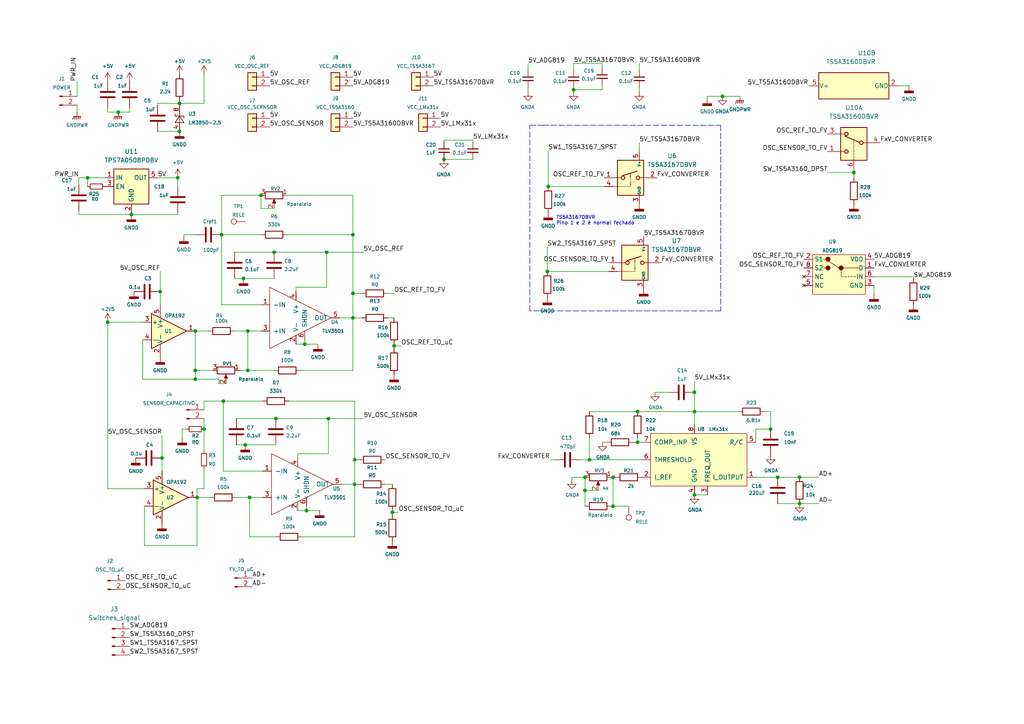
<source format=kicad_sch>
(kicad_sch (version 20211123) (generator eeschema)
  (paper "A4")
  (junction (at 177.8 146.812))
  (junction (at 59.182 124.46))
  (junction (at 114.3 100.33))
  (junction (at 52.07 38.1))
  (junction (at 88.392 99.822))
  (junction (at 80.01 121.412))
  (junction (at 56.642 96.012))
  (junction (at 102.362 68.072))
  (junction (at 169.672 138.43))
  (junction (at 177.8 138.43))
  (junction (at 102.362 85.09))
  (junction (at 46.482 84.582))
  (junction (at 158.75 78.74))
  (junction (at 231.902 146.05))
  (junction (at 223.52 124.46))
  (junction (at 56.642 109.982))
  (junction (at 159.004 54.102))
  (junction (at 231.902 138.43))
  (junction (at 184.912 128.27))
  (junction (at 88.9 148.082))
  (junction (at 71.882 107.442))
  (junction (at 170.942 133.35))
  (junction (at 128.778 46.228))
  (junction (at 184.912 119.38))
  (junction (at 57.15 144.272))
  (junction (at 79.502 73.152))
  (junction (at 52.07 29.972))
  (junction (at 225.552 138.43))
  (junction (at 201.422 143.51))
  (junction (at 51.562 51.562))
  (junction (at 64.262 68.072))
  (junction (at 25.4 51.562))
  (junction (at 75.692 56.642))
  (junction (at 201.422 113.792))
  (junction (at 209.55 27.94))
  (junction (at 102.362 92.202))
  (junction (at 102.87 140.462))
  (junction (at 102.87 133.35))
  (junction (at 56.642 107.442))
  (junction (at 166.37 26.035))
  (junction (at 95.25 121.412))
  (junction (at 201.422 119.38))
  (junction (at 113.792 148.59))
  (junction (at 247.65 50.038))
  (junction (at 34.29 32.512))
  (junction (at 38.1 62.23))
  (junction (at 72.39 144.272))
  (junction (at 46.99 132.842))
  (junction (at 71.12 129.032))
  (junction (at 71.882 96.012))
  (junction (at 31.242 93.472))
  (junction (at 94.742 73.152))
  (junction (at 64.77 116.332))
  (junction (at 70.612 80.772))
  (junction (at 169.672 142.24))
  (wire (pts (xy 113.792 148.59) (xy 115.57 148.59)))
  (wire (pts (xy 102.87 133.35) (xy 102.87 140.462)))
  (wire (pts (xy 260.35 24.892) (xy 263.652 24.892)))
  (wire (pts (xy 83.312 68.072) (xy 102.362 68.072)))
  (wire (pts (xy 153.162 25.4) (xy 153.162 26.67)))
  (wire (pts (xy 166.37 26.035) (xy 166.37 26.67)))
  (wire (pts (xy 221.742 119.38) (xy 223.52 119.38)))
  (wire (pts (xy 85.852 83.312) (xy 94.742 83.312)))
  (wire (pts (xy 80.01 121.412) (xy 95.25 121.412)))
  (wire (pts (xy 22.352 30.48) (xy 22.352 32.512)))
  (polyline (pts (xy 153.67 36.322) (xy 157.48 36.322)))
  (wire (pts (xy 94.742 73.152) (xy 94.742 83.312)))
  (wire (pts (xy 184.912 127) (xy 184.912 128.27)))
  (wire (pts (xy 201.422 119.38) (xy 214.122 119.38)))
  (wire (pts (xy 166.37 25.4) (xy 166.37 26.035)))
  (wire (pts (xy 85.852 84.582) (xy 85.852 83.312)))
  (wire (pts (xy 22.86 51.562) (xy 25.4 51.562)))
  (polyline (pts (xy 209.042 90.17) (xy 153.67 90.17)))
  (wire (pts (xy 57.15 144.272) (xy 57.15 158.242)))
  (wire (pts (xy 87.122 107.442) (xy 102.362 107.442)))
  (wire (pts (xy 219.202 124.46) (xy 223.52 124.46)))
  (wire (pts (xy 185.42 25.4) (xy 185.42 26.67)))
  (wire (pts (xy 102.362 92.202) (xy 102.362 107.442)))
  (wire (pts (xy 177.8 146.812) (xy 182.372 146.812)))
  (wire (pts (xy 99.06 140.462) (xy 102.87 140.462)))
  (wire (pts (xy 176.022 128.27) (xy 174.752 128.27)))
  (wire (pts (xy 94.742 73.152) (xy 105.41 73.152)))
  (wire (pts (xy 75.692 60.452) (xy 75.692 56.642)))
  (wire (pts (xy 240.03 50.038) (xy 247.65 50.038)))
  (wire (pts (xy 223.52 119.38) (xy 223.52 124.46)))
  (wire (pts (xy 177.8 146.812) (xy 177.8 138.43)))
  (wire (pts (xy 185.42 41.402) (xy 185.42 43.942)))
  (wire (pts (xy 247.65 49.022) (xy 247.65 50.038)))
  (wire (pts (xy 185.42 18.415) (xy 185.42 20.32)))
  (wire (pts (xy 112.522 85.09) (xy 114.3 85.09)))
  (wire (pts (xy 95.25 121.412) (xy 105.41 121.412)))
  (wire (pts (xy 52.07 29.972) (xy 59.182 29.972)))
  (wire (pts (xy 128.778 41.148) (xy 128.778 40.64)))
  (wire (pts (xy 158.75 71.628) (xy 158.75 78.74)))
  (wire (pts (xy 92.71 148.082) (xy 88.9 148.082)))
  (wire (pts (xy 201.422 113.792) (xy 201.422 119.38)))
  (wire (pts (xy 177.292 138.43) (xy 177.8 138.43)))
  (wire (pts (xy 71.882 107.442) (xy 71.882 96.012)))
  (wire (pts (xy 114.3 100.33) (xy 116.332 100.33)))
  (wire (pts (xy 45.72 29.972) (xy 52.07 29.972)))
  (wire (pts (xy 201.422 143.51) (xy 205.232 143.51)))
  (wire (pts (xy 165.862 138.43) (xy 165.862 139.192)))
  (wire (pts (xy 31.242 31.242) (xy 31.242 32.512)))
  (wire (pts (xy 71.882 96.012) (xy 75.692 96.012)))
  (wire (pts (xy 22.86 61.214) (xy 22.86 62.23)))
  (wire (pts (xy 183.642 128.27) (xy 184.912 128.27)))
  (wire (pts (xy 25.4 51.562) (xy 25.4 54.102)))
  (wire (pts (xy 59.182 121.412) (xy 59.182 124.46)))
  (wire (pts (xy 169.672 138.43) (xy 169.672 142.24)))
  (wire (pts (xy 174.625 26.035) (xy 166.37 26.035)))
  (wire (pts (xy 52.07 29.21) (xy 52.07 29.972)))
  (wire (pts (xy 56.642 107.442) (xy 56.642 109.982)))
  (wire (pts (xy 225.552 146.05) (xy 231.902 146.05)))
  (wire (pts (xy 113.792 148.082) (xy 113.792 148.59)))
  (wire (pts (xy 85.852 99.822) (xy 88.392 99.822)))
  (wire (pts (xy 45.72 38.1) (xy 52.07 38.1)))
  (wire (pts (xy 102.362 85.09) (xy 102.362 92.202)))
  (wire (pts (xy 64.77 136.652) (xy 76.2 136.652)))
  (wire (pts (xy 38.1 62.23) (xy 51.562 62.23)))
  (wire (pts (xy 166.37 18.415) (xy 166.37 20.32)))
  (wire (pts (xy 31.242 32.512) (xy 34.29 32.512)))
  (wire (pts (xy 22.86 51.562) (xy 22.86 53.594)))
  (wire (pts (xy 95.25 121.412) (xy 95.25 131.572)))
  (wire (pts (xy 51.562 62.23) (xy 51.562 61.722)))
  (wire (pts (xy 71.12 129.032) (xy 80.01 129.032)))
  (wire (pts (xy 68.072 80.772) (xy 70.612 80.772)))
  (wire (pts (xy 234.442 24.892) (xy 234.95 24.892)))
  (wire (pts (xy 31.242 93.472) (xy 41.402 93.472)))
  (wire (pts (xy 51.562 51.562) (xy 51.562 54.102)))
  (wire (pts (xy 63.5 111.252) (xy 63.5 109.982)))
  (wire (pts (xy 25.4 51.562) (xy 30.48 51.562)))
  (wire (pts (xy 102.87 140.462) (xy 104.14 140.462)))
  (wire (pts (xy 169.672 142.24) (xy 173.482 142.24)))
  (wire (pts (xy 59.182 141.732) (xy 57.15 141.732)))
  (wire (pts (xy 68.072 96.012) (xy 71.882 96.012)))
  (wire (pts (xy 79.502 73.152) (xy 94.742 73.152)))
  (wire (pts (xy 111.76 140.462) (xy 113.792 140.462)))
  (wire (pts (xy 247.65 50.038) (xy 247.65 51.562)))
  (wire (pts (xy 53.34 68.072) (xy 53.34 68.58)))
  (wire (pts (xy 253.492 82.804) (xy 253.492 85.344)))
  (wire (pts (xy 189.992 113.792) (xy 193.802 113.792)))
  (wire (pts (xy 170.942 133.35) (xy 186.182 133.35)))
  (wire (pts (xy 128.778 46.228) (xy 137.16 46.228)))
  (wire (pts (xy 37.592 31.242) (xy 37.592 32.512)))
  (wire (pts (xy 174.625 18.415) (xy 174.625 19.685)))
  (wire (pts (xy 64.262 88.392) (xy 75.692 88.392)))
  (wire (pts (xy 153.162 18.542) (xy 153.162 20.32)))
  (wire (pts (xy 56.642 96.012) (xy 56.642 107.442)))
  (wire (pts (xy 225.552 138.43) (xy 231.902 138.43)))
  (wire (pts (xy 102.87 116.332) (xy 102.87 133.35)))
  (wire (pts (xy 79.502 107.442) (xy 71.882 107.442)))
  (wire (pts (xy 165.862 138.43) (xy 169.672 138.43)))
  (wire (pts (xy 22.352 23.622) (xy 22.352 27.94)))
  (wire (pts (xy 158.75 78.74) (xy 176.53 78.74)))
  (wire (pts (xy 34.29 32.512) (xy 37.592 32.512)))
  (wire (pts (xy 205.105 27.94) (xy 205.105 28.575)))
  (wire (pts (xy 64.262 56.642) (xy 75.692 56.642)))
  (wire (pts (xy 98.552 92.202) (xy 102.362 92.202)))
  (wire (pts (xy 64.262 56.642) (xy 64.262 68.072)))
  (wire (pts (xy 80.01 155.702) (xy 72.39 155.702)))
  (wire (pts (xy 209.55 27.94) (xy 214.63 27.94)))
  (wire (pts (xy 137.16 40.64) (xy 137.16 41.148)))
  (wire (pts (xy 83.82 116.332) (xy 102.87 116.332)))
  (wire (pts (xy 59.182 135.89) (xy 59.182 141.732)))
  (wire (pts (xy 65.532 111.252) (xy 63.5 111.252)))
  (wire (pts (xy 64.262 68.072) (xy 64.262 88.392)))
  (wire (pts (xy 219.202 128.27) (xy 219.202 124.46)))
  (wire (pts (xy 46.482 84.582) (xy 46.482 88.392)))
  (wire (pts (xy 64.77 116.332) (xy 64.77 136.652)))
  (wire (pts (xy 86.36 131.572) (xy 95.25 131.572)))
  (wire (pts (xy 46.99 132.842) (xy 46.99 136.652)))
  (wire (pts (xy 72.39 144.272) (xy 76.2 144.272)))
  (wire (pts (xy 112.522 92.202) (xy 114.3 92.202)))
  (wire (pts (xy 184.912 119.38) (xy 201.422 119.38)))
  (wire (pts (xy 177.292 146.812) (xy 177.8 146.812)))
  (wire (pts (xy 46.482 78.74) (xy 46.482 84.582)))
  (wire (pts (xy 57.15 144.272) (xy 60.96 144.272)))
  (wire (pts (xy 64.77 116.332) (xy 76.2 116.332)))
  (wire (pts (xy 56.642 68.072) (xy 53.34 68.072)))
  (wire (pts (xy 79.502 60.452) (xy 75.692 60.452)))
  (wire (pts (xy 174.625 24.765) (xy 174.625 26.035)))
  (wire (pts (xy 59.182 124.46) (xy 59.182 130.81)))
  (wire (pts (xy 128.778 40.64) (xy 137.16 40.64)))
  (wire (pts (xy 166.37 18.415) (xy 174.625 18.415)))
  (wire (pts (xy 201.422 110.49) (xy 201.422 113.792)))
  (wire (pts (xy 159.004 43.688) (xy 159.004 54.102)))
  (wire (pts (xy 54.102 124.46) (xy 52.832 124.46)))
  (wire (pts (xy 38.1 61.722) (xy 38.1 62.23)))
  (wire (pts (xy 56.642 107.442) (xy 61.722 107.442)))
  (wire (pts (xy 46.99 126.238) (xy 46.99 132.842)))
  (wire (pts (xy 41.91 158.242) (xy 57.15 158.242)))
  (wire (pts (xy 86.36 132.842) (xy 86.36 131.572)))
  (wire (pts (xy 70.612 80.772) (xy 79.502 80.772)))
  (wire (pts (xy 52.832 124.46) (xy 52.832 127)))
  (wire (pts (xy 219.202 138.43) (xy 225.552 138.43)))
  (wire (pts (xy 170.942 127) (xy 170.942 133.35)))
  (wire (pts (xy 92.202 99.822) (xy 88.392 99.822)))
  (wire (pts (xy 59.182 116.332) (xy 64.77 116.332)))
  (wire (pts (xy 52.07 29.972) (xy 52.07 30.48)))
  (wire (pts (xy 102.362 85.09) (xy 104.902 85.09)))
  (wire (pts (xy 64.262 68.072) (xy 75.692 68.072)))
  (wire (pts (xy 159.512 133.35) (xy 160.782 133.35)))
  (wire (pts (xy 102.87 133.35) (xy 104.14 133.35)))
  (wire (pts (xy 114.3 99.822) (xy 114.3 100.33)))
  (polyline (pts (xy 209.042 36.322) (xy 209.042 90.17)))
  (wire (pts (xy 88.392 99.822) (xy 88.392 98.552)))
  (wire (pts (xy 184.912 128.27) (xy 186.182 128.27)))
  (polyline (pts (xy 157.48 36.322) (xy 209.042 36.322)))
  (wire (pts (xy 68.58 121.412) (xy 80.01 121.412)))
  (wire (pts (xy 41.402 109.982) (xy 56.642 109.982)))
  (wire (pts (xy 59.182 29.972) (xy 59.182 21.59)))
  (wire (pts (xy 22.86 62.23) (xy 38.1 62.23)))
  (wire (pts (xy 68.072 73.152) (xy 79.502 73.152)))
  (wire (pts (xy 264.922 80.264) (xy 264.922 80.772)))
  (wire (pts (xy 57.15 141.732) (xy 57.15 144.272)))
  (wire (pts (xy 201.422 119.38) (xy 201.422 123.19)))
  (wire (pts (xy 177.8 138.43) (xy 178.562 138.43)))
  (wire (pts (xy 59.182 118.872) (xy 59.182 116.332)))
  (wire (pts (xy 170.942 119.38) (xy 184.912 119.38)))
  (wire (pts (xy 102.362 92.202) (xy 104.902 92.202)))
  (wire (pts (xy 168.402 133.35) (xy 170.942 133.35)))
  (wire (pts (xy 102.87 140.462) (xy 102.87 155.702)))
  (wire (pts (xy 175.26 54.102) (xy 159.004 54.102)))
  (wire (pts (xy 45.72 29.972) (xy 45.72 30.48)))
  (wire (pts (xy 45.72 51.562) (xy 51.562 51.562)))
  (wire (pts (xy 113.792 148.59) (xy 113.792 149.352)))
  (wire (pts (xy 31.242 93.472) (xy 31.242 141.732)))
  (wire (pts (xy 68.58 144.272) (xy 72.39 144.272)))
  (wire (pts (xy 68.58 129.032) (xy 71.12 129.032)))
  (wire (pts (xy 72.39 155.702) (xy 72.39 144.272)))
  (wire (pts (xy 41.402 98.552) (xy 41.402 109.982)))
  (wire (pts (xy 88.9 148.082) (xy 88.9 146.812)))
  (wire (pts (xy 41.91 146.812) (xy 41.91 158.242)))
  (wire (pts (xy 114.3 100.33) (xy 114.3 101.092)))
  (wire (pts (xy 231.902 138.43) (xy 237.49 138.43)))
  (wire (pts (xy 31.242 141.732) (xy 41.91 141.732)))
  (wire (pts (xy 63.5 109.982) (xy 56.642 109.982)))
  (wire (pts (xy 169.672 146.812) (xy 169.672 142.24)))
  (wire (pts (xy 231.902 146.05) (xy 237.49 146.05)))
  (wire (pts (xy 69.342 107.442) (xy 71.882 107.442)))
  (wire (pts (xy 253.492 80.264) (xy 264.922 80.264)))
  (wire (pts (xy 83.312 56.642) (xy 102.362 56.642)))
  (wire (pts (xy 87.63 155.702) (xy 102.87 155.702)))
  (wire (pts (xy 209.55 27.94) (xy 205.105 27.94)))
  (wire (pts (xy 102.362 56.642) (xy 102.362 68.072)))
  (polyline (pts (xy 153.67 90.17) (xy 153.67 36.322)))
  (wire (pts (xy 56.642 96.012) (xy 60.452 96.012)))
  (wire (pts (xy 102.362 68.072) (xy 102.362 85.09)))
  (wire (pts (xy 86.36 148.082) (xy 88.9 148.082)))
  (text "TS5A3167DBVR\nPino 1 e 2 é normal fechado" (at 161.29 65.405 0) (effects (font (size 1 1)) (justify left bottom)))
  (label "5V_TS5A3167DBVR" (at 166.37 18.415 0))
  (label "OSC_REF_TO_FV" (at 175.26 51.562 180))
  (label "PWR_IN" (at 22.352 23.622 90))
  (label "FxV_CONVERTER" (at 253.492 77.724 0))
  (label "SW_ADG819" (at 37.592 182.372 0))
  (label "5V_ADG819" (at 253.492 75.184 0))
  (label "OSC_REF_TO_FV" (at 233.172 75.184 180))
  (label "AD-" (at 237.49 146.05 0))
  (label "5V_TS5A3167DBVR" (at 186.69 68.58 0))
  (label "5V" (at 78.232 34.29 0))
  (label "SW_TS5A3160_DPST" (at 240.03 50.038 180))
  (label "5V_TS5A3160DBVR" (at 185.42 18.415 0))
  (label "OSC_REF_TO_FV" (at 240.03 38.862 180))
  (label "5V_LMx31x" (at 137.16 40.64 0))
  (label "5V_TS5A3160DBVR" (at 102.362 36.83 0))
  (label "SW_ADG819" (at 264.922 80.772 0))
  (label "OSC_SENSOR_TO_uC" (at 36.322 170.942 0))
  (label "5V_OSC_SENSOR" (at 78.232 36.83 0))
  (label "OSC_SENSOR_TO_uC" (at 115.57 148.59 0))
  (label "AD+" (at 237.49 138.43 0))
  (label "OSC_SENSOR_TO_FV" (at 176.53 76.2 180))
  (label "OSC_REF_TO_uC" (at 36.322 168.402 0))
  (label "5V" (at 78.232 22.352 0))
  (label "5V_TS5A3167DBVR" (at 125.73 24.892 0))
  (label "AD-" (at 73.152 170.18 0))
  (label "OSC_SENSOR_TO_FV" (at 233.172 77.724 180))
  (label "SW2_TS5A3167_SPST" (at 158.75 71.628 0))
  (label "5V" (at 45.72 51.562 0))
  (label "OSC_SENSOR_TO_FV" (at 111.76 133.35 0))
  (label "5V_OSC_REF" (at 78.232 24.892 0))
  (label "AD+" (at 73.152 167.64 0))
  (label "SW2_TS5A3167_SPST" (at 37.592 189.992 0))
  (label "5V_OSC_REF" (at 46.482 78.74 180))
  (label "5V_OSC_REF" (at 105.41 73.152 0))
  (label "FxV_CONVERTER" (at 159.512 133.35 180))
  (label "SW1_TS5A3167_SPST" (at 159.004 43.688 0))
  (label "5V" (at 125.73 22.352 0))
  (label "FxV_CONVERTER" (at 190.5 51.562 0))
  (label "5V_OSC_SENSOR" (at 46.99 126.238 180))
  (label "FxV_CONVERTER" (at 191.77 76.2 0))
  (label "5V" (at 102.362 34.29 0))
  (label "5V" (at 102.362 22.352 0))
  (label "PWR_IN" (at 22.86 51.562 180))
  (label "5V_LMx31x" (at 127.762 36.83 0))
  (label "5V_TS5A3160DBVR" (at 234.442 24.892 180))
  (label "OSC_SENSOR_TO_FV" (at 240.03 43.942 180))
  (label "SW1_TS5A3167_SPST" (at 37.592 187.452 0))
  (label "SW_TS5A3160_DPST" (at 37.592 184.912 0))
  (label "5V_TS5A3167DBVR" (at 185.42 41.402 0))
  (label "5V" (at 127.762 34.29 0))
  (label "5V_OSC_SENSOR" (at 105.41 121.412 0))
  (label "FxV_CONVERTER" (at 255.27 41.402 0))
  (label "OSC_REF_TO_FV" (at 114.3 85.09 0))
  (label "5V_ADG819" (at 153.162 18.542 0))
  (label "5V_ADG819" (at 102.362 24.892 0))
  (label "5V_LMx31x" (at 201.422 110.49 0))
  (label "OSC_REF_TO_uC" (at 116.332 100.33 0))
  (symbol (lib_id "Device:R") (at 113.792 153.162 0) (unit 1)
    (property "Reference" "R15" (at 110.617 152.1206 0) (effects (font (size 1 1))))
    (property "Value" "500k" (at 110.617 154.432 0) (effects (font (size 1 1))))
    (property "Footprint" "Resistor_SMD:R_1206_3216Metric_Pad1.30x1.75mm_HandSolder" (effects hide))
  )
  (symbol (lib_id "power:GNDD") (at 114.3 108.712 0) (unit 1)
    (property "Reference" "#PWR0119" (effects hide))
    (property "Value" "GNDD" (at 114.3 112.522 0) (effects (font (size 1 1))))
  )
  (symbol (lib_id "power:GNDA") (at 189.992 113.792 0) (unit 1)
    (property "Reference" "#PWR0128" (effects hide))
    (property "Value" "GNDA" (at 190.119 118.1862 0) (effects (font (size 1 1))))
  )
  (symbol (lib_id "power:GNDA") (at 231.902 146.05 0) (unit 1)
    (property "Reference" "#PWR0127" (effects hide))
    (property "Value" "GNDA" (at 232.029 150.4442 0) (effects (font (size 1 1))))
  )
  (symbol (lib_id "Device:R") (at 158.75 82.55 0) (unit 1)
    (property "Reference" "R26" (at 162.052 81.5086 0) (effects (font (size 1 1))))
    (property "Value" "100k" (at 162.052 83.82 0) (effects (font (size 1 1))))
    (property "Footprint" "Resistor_SMD:R_1206_3216Metric_Pad1.30x1.75mm_HandSolder" (effects hide))
  )
  (symbol (lib_id "Device:C") (at 45.72 34.29 180) (unit 1)
    (property "Reference" "C5" (at 43.815 29.21 0) (effects (font (size 1 1)) (justify left)))
    (property "Value" "1uF" (at 45.085 31.75 0) (effects (font (size 1 1)) (justify left)))
    (property "Footprint" "Capacitor_SMD:C_1206_3216Metric_Pad1.33x1.80mm_HandSolder" (effects hide))
  )
  (symbol (lib_id "power:GNDD") (at 52.832 127 0) (unit 1)
    (property "Reference" "#PWR0106" (effects hide))
    (property "Value" "GNDD" (at 52.832 130.81 0) (effects (font (size 1 1))))
  )
  (symbol (lib_id "power:GNDD") (at 247.65 59.182 0) (unit 1)
    (property "Reference" "#PWR0139" (effects hide))
    (property "Value" "GNDD" (at 247.65 62.992 0) (effects (font (size 1 1))))
  )
  (symbol (lib_id "power:GNDD") (at 46.99 151.892 0) (unit 1)
    (property "Reference" "#PWR0110" (effects hide))
    (property "Value" "GNDD" (at 46.99 155.702 0) (effects (font (size 1 1))))
  )
  (symbol (lib_id "Device:R_Small") (at 59.182 133.35 0) (unit 1)
    (property "Reference" "R3" (at 60.452 132.08 0) (effects (font (size 1 1)) (justify left)))
    (property "Value" "R0" (at 60.452 134.62 0) (effects (font (size 1 1)) (justify left)))
    (property "Footprint" "Resistor_SMD:R_1206_3216Metric_Pad1.30x1.75mm_HandSolder" (effects hide))
  )
  (symbol (lib_id "Device:C") (at 197.612 113.792 270) (unit 1)
    (property "Reference" "C14" (at 196.342 107.442 90) (effects (font (size 1 1)) (justify left)))
    (property "Value" "1uF" (at 196.342 109.982 90) (effects (font (size 1 1)) (justify left)))
    (property "Footprint" "Capacitor_SMD:C_1206_3216Metric_Pad1.33x1.80mm_HandSolder" (effects hide))
  )
  (symbol (lib_id "power:+5V") (at 31.242 23.622 0) (unit 1)
    (property "Reference" "#PWR0114" (effects hide))
    (property "Value" "+5V" (at 31.242 19.177 0) (effects (font (size 1 1))))
  )
  (symbol (lib_id "Device:R") (at 170.942 123.19 180) (unit 1)
    (property "Reference" "R18" (at 174.752 121.92 0) (effects (font (size 1 1))))
    (property "Value" "10k" (at 174.752 124.46 0) (effects (font (size 1 1))))
    (property "Footprint" "Resistor_SMD:R_1206_3216Metric_Pad1.30x1.75mm_HandSolder" (effects hide))
  )
  (symbol (lib_id "power:GNDA") (at 153.162 26.67 0) (mirror y) (unit 1)
    (property "Reference" "#PWR0133" (effects hide))
    (property "Value" "GNDA" (at 153.035 31.0642 0) (effects (font (size 1 1))))
  )
  (symbol (lib_id "power:+5V") (at 37.592 23.622 0) (unit 1)
    (property "Reference" "#PWR0115" (effects hide))
    (property "Value" "+5V" (at 37.592 19.177 0) (effects (font (size 1 1))))
  )
  (symbol (lib_id "power:GNDA") (at 166.37 26.67 0) (mirror y) (unit 1)
    (property "Reference" "#PWR0134" (effects hide))
    (property "Value" "GNDA" (at 166.243 31.0642 0) (effects (font (size 1 1))))
  )
  (symbol (lib_id "Analog_Switch:TS5A3166DBVR") (at 182.88 51.562 0) (unit 1)
    (property "Reference" "U6" (at 194.945 45.212 0))
    (property "Value" "TS5A3167DBVR" (at 194.945 47.752 0))
    (property "Footprint" "Package_TO_SOT_SMD:SOT-23-5" (effects hide))
    (property "Datasheet" " http://www.ti.com/lit/ds/symlink/ts5a3166.pdf" (effects hide))
  )
  (symbol (lib_id "adelson:TLV3501") (at 84.582 92.202 0) (unit 1)
    (property "Reference" "U4" (at 96.012 93.472 0) (effects (font (size 1 1)) (justify left)))
    (property "Value" "TLV3501" (at 93.472 96.012 0) (effects (font (size 1 1)) (justify left)))
    (property "Footprint" "Package_TO_SOT_SMD:SOT-23-6_Handsoldering" (effects hide))
  )
  (symbol (lib_id "power:GNDD") (at 113.792 156.972 0) (unit 1)
    (property "Reference" "#PWR0120" (effects hide))
    (property "Value" "GNDD" (at 113.792 160.782 0) (effects (font (size 1 1))))
  )
  (symbol (lib_id "Device:C") (at 80.01 125.222 0) (unit 1)
    (property "Reference" "C9" (at 82.931 124.0536 0) (effects (font (size 1 1)) (justify left)))
    (property "Value" "2.2uF" (at 82.931 126.365 0) (effects (font (size 1 1)) (justify left)))
    (property "Footprint" "Capacitor_SMD:C_1206_3216Metric_Pad1.33x1.80mm_HandSolder" (effects hide))
  )
  (symbol (lib_id "Device:R") (at 64.77 144.272 270) (unit 1)
    (property "Reference" "R5" (at 64.77 139.0142 90) (effects (font (size 1 1))))
    (property "Value" "100k" (at 64.77 141.3256 90) (effects (font (size 1 1))))
    (property "Footprint" "Resistor_SMD:R_1206_3216Metric_Pad1.30x1.75mm_HandSolder" (effects hide))
  )
  (symbol (lib_id "power:GNDPWR") (at 34.29 32.512 0) (unit 1)
    (property "Reference" "#PWR0117" (effects hide))
    (property "Value" "GNDPWR" (at 34.29 36.322 0) (effects (font (size 1 1))))
  )
  (symbol (lib_id "power:GNDA") (at 209.55 27.94 0) (mirror y) (unit 1)
    (property "Reference" "#PWR0137" (effects hide))
    (property "Value" "GNDA" (at 209.423 32.3342 0) (effects (font (size 1 1))))
  )
  (symbol (lib_id "power:GNDD") (at 264.922 88.392 0) (unit 1)
    (property "Reference" "#PWR0140" (effects hide))
    (property "Value" "GNDD" (at 264.922 92.202 0) (effects (font (size 1 1))))
  )
  (symbol (lib_id "Device:R") (at 264.922 84.582 0) (unit 1)
    (property "Reference" "R29" (at 268.224 83.5406 0) (effects (font (size 1 1))))
    (property "Value" "100k" (at 268.224 85.852 0) (effects (font (size 1 1))))
    (property "Footprint" "Resistor_SMD:R_1206_3216Metric_Pad1.30x1.75mm_HandSolder" (effects hide))
  )
  (symbol (lib_id "Device:C") (at 31.242 27.432 180) (unit 1)
    (property "Reference" "C1" (at 28.702 22.352 0) (effects (font (size 1 1)) (justify left)))
    (property "Value" "1uF" (at 29.972 24.892 0) (effects (font (size 1 1)) (justify left)))
    (property "Footprint" "Capacitor_SMD:C_1206_3216Metric_Pad1.33x1.80mm_HandSolder" (effects hide))
  )
  (symbol (lib_id "Device:R_Small") (at 27.94 54.102 90) (unit 1)
    (property "Reference" "R25" (at 28.829 56.261 90) (effects (font (size 1 1)) (justify left)))
    (property "Value" "R0" (at 28.575 57.785 90) (effects (font (size 1 1)) (justify left)))
    (property "Footprint" "Resistor_SMD:R_1206_3216Metric_Pad1.30x1.75mm_HandSolder" (effects hide))
  )
  (symbol (lib_id "Connector_Generic:Conn_01x02") (at 97.282 34.29 0) (mirror y) (unit 1)
    (property "Reference" "J9" (at 97.282 28.575 0) (effects (font (size 1 1))))
    (property "Value" "VCC_TS5A3160" (at 97.282 31.115 0) (effects (font (size 1 1))))
    (property "Footprint" "Connector_PinHeader_2.54mm:PinHeader_1x02_P2.54mm_Vertical" (effects hide))
  )
  (symbol (lib_id "Device:R") (at 217.932 119.38 90) (unit 1)
    (property "Reference" "R23" (at 217.932 116.84 90) (effects (font (size 1 1))))
    (property "Value" "6.81k" (at 218.567 121.92 90) (effects (font (size 1 1))))
    (property "Footprint" "Resistor_SMD:R_1206_3216Metric_Pad1.30x1.75mm_HandSolder" (effects hide))
  )
  (symbol (lib_id "Connector:TestPoint") (at 182.372 146.812 180) (unit 1)
    (property "Reference" "TP2" (at 184.277 148.8439 0) (effects (font (size 1 1)) (justify right)))
    (property "Value" "RELE" (at 184.277 151.3839 0) (effects (font (size 1 1)) (justify right)))
    (property "Footprint" "TestPoint:TestPoint_Pad_1.0x1.0mm" (effects hide))
  )
  (symbol (lib_id "Regulator_Linear:TPS7A0508PDBV") (at 38.1 54.102 0) (unit 1)
    (property "Reference" "U11" (at 38.1 43.942 0))
    (property "Value" "TPS7A0508PDBV" (at 38.1 46.482 0))
    (property "Footprint" "Package_TO_SOT_SMD:SOT-23-5" (effects hide))
    (property "Datasheet" "https://www.ti.com/lit/ds/symlink/tps7a05.pdf" (effects hide))
  )
  (symbol (lib_id "Device:R") (at 52.07 25.4 0) (unit 1)
    (property "Reference" "R1" (at 47.9425 24.2697 0) (effects (font (size 1 1))))
    (property "Value" "2.2k" (at 47.9425 26.5811 0) (effects (font (size 1 1))))
    (property "Footprint" "Resistor_SMD:R_1206_3216Metric_Pad1.30x1.75mm_HandSolder" (effects hide))
  )
  (symbol (lib_id "Device:R") (at 159.004 57.912 0) (unit 1)
    (property "Reference" "R27" (at 162.306 56.8706 0) (effects (font (size 1 1))))
    (property "Value" "100k" (at 162.306 59.182 0) (effects (font (size 1 1))))
    (property "Footprint" "Resistor_SMD:R_1206_3216Metric_Pad1.30x1.75mm_HandSolder" (effects hide))
  )
  (symbol (lib_id "power:GNDD") (at 263.652 24.892 0) (unit 1)
    (property "Reference" "#PWR0132" (effects hide))
    (property "Value" "GNDD" (at 263.652 28.702 0) (effects (font (size 1 1))))
  )
  (symbol (lib_id "Device:R") (at 83.312 107.442 270) (unit 1)
    (property "Reference" "R8" (at 83.312 102.1842 90) (effects (font (size 1 1))))
    (property "Value" "100k" (at 83.312 104.4956 90) (effects (font (size 1 1))))
    (property "Footprint" "Resistor_SMD:R_1206_3216Metric_Pad1.30x1.75mm_HandSolder" (effects hide))
  )
  (symbol (lib_id "power:GNDD") (at 71.12 129.032 0) (unit 1)
    (property "Reference" "#PWR0105" (effects hide))
    (property "Value" "GNDD" (at 71.12 132.842 0) (effects (font (size 1 1))))
  )
  (symbol (lib_id "Device:R") (at 113.792 144.272 0) (unit 1)
    (property "Reference" "R14" (at 110.617 143.2306 0) (effects (font (size 1 1))))
    (property "Value" "100k" (at 110.617 145.542 0) (effects (font (size 1 1))))
    (property "Footprint" "Resistor_SMD:R_1206_3216Metric_Pad1.30x1.75mm_HandSolder" (effects hide))
  )
  (symbol (lib_id "Device:R") (at 114.3 96.012 0) (unit 1)
    (property "Reference" "R16" (at 111.125 94.9706 0) (effects (font (size 1 1))))
    (property "Value" "100k" (at 111.125 97.282 0) (effects (font (size 1 1))))
    (property "Footprint" "Resistor_SMD:R_1206_3216Metric_Pad1.30x1.75mm_HandSolder" (effects hide))
  )
  (symbol (lib_id "power:GNDA") (at 174.752 128.27 0) (unit 1)
    (property "Reference" "#PWR0122" (effects hide))
    (property "Value" "GNDA" (at 174.879 132.6642 0) (effects (font (size 1 1))))
  )
  (symbol (lib_id "power:GNDD") (at 186.69 83.82 0) (unit 1)
    (property "Reference" "#PWR0130" (effects hide))
    (property "Value" "GNDD" (at 186.69 87.63 0) (effects (font (size 1 1))))
  )
  (symbol (lib_id "adelson:ADG819") (at 242.062 67.564 0) (mirror y) (unit 1)
    (property "Reference" "U9" (at 241.427 70.104 0) (effects (font (size 1 1))))
    (property "Value" "ADG819" (at 241.427 72.644 0) (effects (font (size 1 1))))
    (property "Footprint" "Package_SO:MSOP-8_3x3mm_P0.65mm" (effects hide))
  )
  (symbol (lib_id "power:GNDD") (at 53.34 68.58 0) (unit 1)
    (property "Reference" "#PWR0101" (effects hide))
    (property "Value" "GNDD" (at 53.34 72.39 0) (effects (font (size 1 1))))
  )
  (symbol (lib_id "power:GNDD") (at 158.75 86.36 0) (unit 1)
    (property "Reference" "#PWR0141" (effects hide))
    (property "Value" "GNDD" (at 158.75 90.17 0) (effects (font (size 1 1))))
  )
  (symbol (lib_id "Device:R") (at 79.502 68.072 270) (unit 1)
    (property "Reference" "R6" (at 79.502 62.8142 90) (effects (font (size 1 1))))
    (property "Value" "330k" (at 79.502 65.1256 90) (effects (font (size 1 1))))
    (property "Footprint" "Resistor_SMD:R_1206_3216Metric_Pad1.30x1.75mm_HandSolder" (effects hide))
  )
  (symbol (lib_id "Device:C_Small") (at 166.37 22.86 0) (unit 1)
    (property "Reference" "C11" (at 162.56 21.1836 0) (effects (font (size 1 1))))
    (property "Value" "0.1uF" (at 162.56 23.495 0) (effects (font (size 1 1))))
    (property "Footprint" "Capacitor_SMD:C_1206_3216Metric_Pad1.33x1.80mm_HandSolder" (effects hide))
  )
  (symbol (lib_id "power:GNDD") (at 205.105 28.575 0) (unit 1)
    (property "Reference" "#PWR0136" (effects hide))
    (property "Value" "GNDD" (at 205.105 32.385 0) (effects (font (size 1 1))))
  )
  (symbol (lib_id "Connector_Generic:Conn_01x02") (at 97.282 22.352 0) (mirror y) (unit 1)
    (property "Reference" "J8" (at 97.282 16.637 0) (effects (font (size 1 1))))
    (property "Value" "VCC_ADG819" (at 97.282 19.177 0) (effects (font (size 1 1))))
    (property "Footprint" "Connector_PinHeader_2.54mm:PinHeader_1x02_P2.54mm_Vertical" (effects hide))
  )
  (symbol (lib_id "power:GNDD") (at 38.862 84.582 0) (unit 1)
    (property "Reference" "#PWR0102" (effects hide))
    (property "Value" "GNDD" (at 38.862 88.392 0) (effects (font (size 1 1))))
  )
  (symbol (lib_id "Device:C") (at 68.58 125.222 0) (unit 1)
    (property "Reference" "C7" (at 71.501 124.0536 0) (effects (font (size 1 1)) (justify left)))
    (property "Value" "0.1uF" (at 71.501 126.365 0) (effects (font (size 1 1)) (justify left)))
    (property "Footprint" "Capacitor_SMD:C_1206_3216Metric_Pad1.33x1.80mm_HandSolder" (effects hide))
  )
  (symbol (lib_id "Device:R") (at 83.82 155.702 270) (unit 1)
    (property "Reference" "R9" (at 83.82 150.4442 90) (effects (font (size 1 1))))
    (property "Value" "100k" (at 83.82 152.7556 90) (effects (font (size 1 1))))
    (property "Footprint" "Resistor_SMD:R_1206_3216Metric_Pad1.30x1.75mm_HandSolder" (effects hide))
  )
  (symbol (lib_id "Analog_Switch:TS5A3160DBV") (at 247.65 38.862 0) (mirror y) (unit 1)
    (property "Reference" "U10" (at 247.65 31.242 0))
    (property "Value" "TS5A3160DBVR" (at 247.65 33.782 0))
    (property "Footprint" "Package_TO_SOT_SMD:SOT-23-6" (effects hide))
    (property "Datasheet" "http://www.ti.com/lit/ds/symlink/ts5a3160.pdf" (effects hide))
  )
  (symbol (lib_id "Device:R") (at 182.372 138.43 270) (unit 1)
    (property "Reference" "R21" (at 182.372 136.525 90) (effects (font (size 1 1))))
    (property "Value" "2k" (at 183.007 140.97 90) (effects (font (size 1 1))))
    (property "Footprint" "Resistor_SMD:R_1206_3216Metric_Pad1.30x1.75mm_HandSolder" (effects hide))
  )
  (symbol (lib_id "Device:R") (at 108.712 92.202 270) (unit 1)
    (property "Reference" "R13" (at 108.712 87.3506 90) (effects (font (size 1 1))))
    (property "Value" "R0" (at 108.712 89.662 90) (effects (font (size 1 1))))
    (property "Footprint" "Resistor_SMD:R_1206_3216Metric_Pad1.30x1.75mm_HandSolder" (effects hide))
  )
  (symbol (lib_id "Amplifier_Operational:OPA333xxDBV") (at 49.022 96.012 0) (unit 1)
    (property "Reference" "U1" (at 47.752 96.012 0) (effects (font (size 1 1)) (justify left)))
    (property "Value" "OPA192" (at 47.752 91.567 0) (effects (font (size 1 1)) (justify left)))
    (property "Footprint" "Package_TO_SOT_SMD:SOT-23-5_HandSoldering" (effects hide))
    (property "Datasheet" "http://www.ti.com/lit/ds/symlink/opa333.pdf" (effects hide))
  )
  (symbol (lib_id "Device:R") (at 231.902 142.24 180) (unit 1)
    (property "Reference" "R24" (at 234.442 140.97 0) (effects (font (size 1 1))))
    (property "Value" "10k" (at 235.077 143.51 0) (effects (font (size 1 1))))
    (property "Footprint" "Resistor_SMD:R_1206_3216Metric_Pad1.30x1.75mm_HandSolder" (effects hide))
  )
  (symbol (lib_id "Device:C") (at 164.592 133.35 90) (unit 1)
    (property "Reference" "C13" (at 165.862 127 90) (effects (font (size 1 1)) (justify left)))
    (property "Value" "470pF" (at 167.132 129.54 90) (effects (font (size 1 1)) (justify left)))
    (property "Footprint" "Capacitor_SMD:C_1206_3216Metric_Pad1.33x1.80mm_HandSolder" (effects hide))
  )
  (symbol (lib_id "Connector:Conn_01x02_Male") (at 68.072 167.64 0) (unit 1)
    (property "Reference" "J5" (at 69.977 162.56 0) (effects (font (size 1 1))))
    (property "Value" "FV_TO_uC" (at 69.977 165.1 0) (effects (font (size 1 1))))
    (property "Footprint" "Connector_Molex:Molex_KK-254_AE-6410-02A_1x02_P2.54mm_Vertical" (effects hide))
  )
  (symbol (lib_id "Device:R") (at 80.01 116.332 270) (unit 1)
    (property "Reference" "R7" (at 80.01 111.0742 90) (effects (font (size 1 1))))
    (property "Value" "330k" (at 80.01 113.3856 90) (effects (font (size 1 1))))
    (property "Footprint" "Resistor_SMD:R_1206_3216Metric_Pad1.30x1.75mm_HandSolder" (effects hide))
  )
  (symbol (lib_id "Device:R") (at 107.95 133.35 270) (unit 1)
    (property "Reference" "R10" (at 107.95 128.4986 90) (effects (font (size 1 1))))
    (property "Value" "R0" (at 107.95 130.81 90) (effects (font (size 1 1))))
    (property "Footprint" "Resistor_SMD:R_1206_3216Metric_Pad1.30x1.75mm_HandSolder" (effects hide))
  )
  (symbol (lib_id "power:GNDA") (at 165.862 139.192 0) (unit 1)
    (property "Reference" "#PWR0123" (effects hide))
    (property "Value" "GNDA" (at 165.989 143.5862 0) (effects (font (size 1 1))))
  )
  (symbol (lib_id "Device:C_Small") (at 128.778 43.688 0) (unit 1)
    (property "Reference" "C20" (at 124.968 42.0116 0) (effects (font (size 1 1))))
    (property "Value" "1uF" (at 124.968 44.323 0) (effects (font (size 1 1))))
    (property "Footprint" "Capacitor_SMD:C_1206_3216Metric_Pad1.33x1.80mm_HandSolder" (effects hide))
  )
  (symbol (lib_id "power:GNDD") (at 52.07 38.1 0) (unit 1)
    (property "Reference" "#PWR0113" (effects hide))
    (property "Value" "GNDD" (at 52.07 41.91 0) (effects (font (size 1 1))))
  )
  (symbol (lib_id "power:GNDD") (at 185.42 59.182 0) (unit 1)
    (property "Reference" "#PWR0129" (effects hide))
    (property "Value" "GNDD" (at 185.42 62.992 0) (effects (font (size 1 1))))
  )
  (symbol (lib_id "Device:R") (at 247.65 55.372 0) (unit 1)
    (property "Reference" "R28" (at 250.952 54.3306 0) (effects (font (size 1 1))))
    (property "Value" "100k" (at 250.952 56.642 0) (effects (font (size 1 1))))
    (property "Footprint" "Resistor_SMD:R_1206_3216Metric_Pad1.30x1.75mm_HandSolder" (effects hide))
  )
  (symbol (lib_id "Device:C_Small") (at 185.42 22.86 0) (unit 1)
    (property "Reference" "C12" (at 181.61 21.1836 0) (effects (font (size 1 1))))
    (property "Value" "0.1uF" (at 181.61 23.495 0) (effects (font (size 1 1))))
    (property "Footprint" "Capacitor_SMD:C_1206_3216Metric_Pad1.33x1.80mm_HandSolder" (effects hide))
  )
  (symbol (lib_id "power:GNDD") (at 46.482 103.632 0) (unit 1)
    (property "Reference" "#PWR0107" (effects hide))
    (property "Value" "GNDD" (at 46.482 107.442 0) (effects (font (size 1 1))))
  )
  (symbol (lib_id "Device:C") (at 68.072 76.962 0) (unit 1)
    (property "Reference" "C6" (at 70.993 75.7936 0) (effects (font (size 1 1)) (justify left)))
    (property "Value" "0.1uF" (at 70.993 78.105 0) (effects (font (size 1 1)) (justify left)))
    (property "Footprint" "Capacitor_SMD:C_1206_3216Metric_Pad1.33x1.80mm_HandSolder" (effects hide))
  )
  (symbol (lib_id "Connector_Generic:Conn_01x02") (at 120.65 22.352 0) (mirror y) (unit 1)
    (property "Reference" "J10" (at 120.65 16.637 0) (effects (font (size 1 1))))
    (property "Value" "VCC_TS5A3167" (at 120.65 19.177 0) (effects (font (size 1 1))))
    (property "Footprint" "Connector_PinHeader_2.54mm:PinHeader_1x02_P2.54mm_Vertical" (effects hide))
  )
  (symbol (lib_id "adelson:TLV3501") (at 85.09 140.462 0) (unit 1)
    (property "Reference" "U5" (at 96.52 141.732 0) (effects (font (size 1 1)) (justify left)))
    (property "Value" "TLV3501" (at 93.98 144.272 0) (effects (font (size 1 1)) (justify left)))
    (property "Footprint" "Package_TO_SOT_SMD:SOT-23-6_Handsoldering" (effects hide))
  )
  (symbol (lib_id "Device:R") (at 184.912 123.19 0) (unit 1)
    (property "Reference" "R22" (at 188.722 121.92 0) (effects (font (size 1 1))))
    (property "Value" "10k" (at 188.722 124.46 0) (effects (font (size 1 1))))
    (property "Footprint" "Resistor_SMD:R_1206_3216Metric_Pad1.30x1.75mm_HandSolder" (effects hide))
  )
  (symbol (lib_id "Connector_Generic:Conn_01x02") (at 73.152 34.29 0) (mirror y) (unit 1)
    (property "Reference" "J7" (at 73.152 29.21 0) (effects (font (size 1 1))))
    (property "Value" "VCC_OSC_SERNSOR" (at 73.152 31.115 0) (effects (font (size 1 1))))
    (property "Footprint" "Connector_PinHeader_2.54mm:PinHeader_1x02_P2.54mm_Vertical" (effects hide))
  )
  (symbol (lib_id "Analog_Switch:TS5A3166DBVR") (at 184.15 76.2 0) (unit 1)
    (property "Reference" "U7" (at 196.215 69.85 0))
    (property "Value" "TS5A3167DBVR" (at 196.215 72.39 0))
    (property "Footprint" "Package_TO_SOT_SMD:SOT-23-5" (effects hide))
    (property "Datasheet" " http://www.ti.com/lit/ds/symlink/ts5a3166.pdf" (effects hide))
  )
  (symbol (lib_id "power:GNDD") (at 39.37 132.842 0) (unit 1)
    (property "Reference" "#PWR0109" (effects hide))
    (property "Value" "GNDD" (at 39.37 136.652 0) (effects (font (size 1 1))))
  )
  (symbol (lib_id "power:GNDPWR") (at 22.352 32.512 0) (unit 1)
    (property "Reference" "#PWR0116" (effects hide))
    (property "Value" "GNDPWR" (at 22.352 36.322 0) (effects (font (size 1 1))))
  )
  (symbol (lib_id "power:GNDD") (at 38.1 62.23 0) (unit 1)
    (property "Reference" "#PWR0118" (effects hide))
    (property "Value" "GNDD" (at 38.1 66.04 0) (effects (font (size 1 1))))
  )
  (symbol (lib_id "Device:C") (at 37.592 27.432 180) (unit 1)
    (property "Reference" "C2" (at 35.687 22.352 0) (effects (font (size 1 1)) (justify left)))
    (property "Value" "1uF" (at 36.957 24.892 0) (effects (font (size 1 1)) (justify left)))
    (property "Footprint" "Capacitor_SMD:C_1206_3216Metric_Pad1.33x1.80mm_HandSolder" (effects hide))
  )
  (symbol (lib_id "Connector:Conn_01x02_Male") (at 31.242 168.402 0) (unit 1)
    (property "Reference" "J2" (at 31.877 162.687 0) (effects (font (size 1 1))))
    (property "Value" "OSC_TO_uC" (at 31.877 165.227 0) (effects (font (size 1 1))))
    (property "Footprint" "Connector_Molex:Molex_KK-254_AE-6410-02A_1x02_P2.54mm_Vertical" (effects hide))
  )
  (symbol (lib_id "Device:R") (at 173.482 146.812 270) (unit 1)
    (property "Reference" "R19" (at 173.482 144.907 90) (effects (font (size 1 1))))
    (property "Value" "Rparalelo" (at 174.117 149.352 90) (effects (font (size 1 1))))
    (property "Footprint" "Resistor_SMD:R_1206_3216Metric_Pad1.30x1.75mm_HandSolder" (effects hide))
  )
  (symbol (lib_id "Device:C_Small") (at 174.625 22.225 0) (unit 1)
    (property "Reference" "C19" (at 170.815 20.5486 0) (effects (font (size 1 1))))
    (property "Value" "0.1uF" (at 170.815 22.86 0) (effects (font (size 1 1))))
    (property "Footprint" "Capacitor_SMD:C_1206_3216Metric_Pad1.33x1.80mm_HandSolder" (effects hide))
  )
  (symbol (lib_id "Device:R") (at 114.3 104.902 0) (unit 1)
    (property "Reference" "R17" (at 111.125 103.8606 0) (effects (font (size 1 1))))
    (property "Value" "500k" (at 111.125 106.172 0) (effects (font (size 1 1))))
    (property "Footprint" "Resistor_SMD:R_1206_3216Metric_Pad1.30x1.75mm_HandSolder" (effects hide))
  )
  (symbol (lib_id "Amplifier_Operational:OPA333xxDBV") (at 49.53 144.272 0) (unit 1)
    (property "Reference" "U2" (at 48.26 144.272 0) (effects (font (size 1 1)) (justify left)))
    (property "Value" "OPA192" (at 48.26 139.827 0) (effects (font (size 1 1)) (justify left)))
    (property "Footprint" "Package_TO_SOT_SMD:SOT-23-5_HandSoldering" (effects hide))
    (property "Datasheet" "http://www.ti.com/lit/ds/symlink/opa333.pdf" (effects hide))
  )
  (symbol (lib_id "power:GNDD") (at 253.492 85.344 0) (mirror y) (unit 1)
    (property "Reference" "#PWR0124" (effects hide))
    (property "Value" "GNDD" (at 253.492 89.154 0) (effects (font (size 1 1))))
  )
  (symbol (lib_id "Device:R") (at 107.95 140.462 270) (unit 1)
    (property "Reference" "R11" (at 107.95 135.6106 90) (effects (font (size 1 1))))
    (property "Value" "R0" (at 107.95 137.922 90) (effects (font (size 1 1))))
    (property "Footprint" "Resistor_SMD:R_1206_3216Metric_Pad1.30x1.75mm_HandSolder" (effects hide))
  )
  (symbol (lib_id "Connector:Conn_01x02_Male") (at 54.102 118.872 0) (unit 1)
    (property "Reference" "J4" (at 49.022 114.427 0) (effects (font (size 1 1))))
    (property "Value" "SENSOR_CAPACITIVO" (at 49.022 116.967 0) (effects (font (size 1 1))))
    (property "Footprint" "Connector_Molex:Molex_KK-254_AE-6410-02A_1x02_P2.54mm_Vertical" (effects hide))
  )
  (symbol (lib_id "Analog_Switch:TS5A3160DBV") (at 247.65 24.892 90) (unit 2)
    (property "Reference" "U10" (at 254 15.367 90) (effects (justify left)))
    (property "Value" "TS5A3160DBVR" (at 254 17.907 90) (effects (justify left)))
    (property "Footprint" "Package_TO_SOT_SMD:SOT-23-6" (effects hide))
    (property "Datasheet" "http://www.ti.com/lit/ds/symlink/ts5a3160.pdf" (effects hide))
  )
  (symbol (lib_id "Device:C") (at 42.672 84.582 90) (unit 1)
    (property "Reference" "C3" (at 43.942 80.772 90) (effects (font (size 1 1)) (justify left)))
    (property "Value" "0.1u" (at 40.767 83.312 90) (effects (font (size 1 1)) (justify left)))
    (property "Footprint" "Capacitor_SMD:C_1206_3216Metric_Pad1.33x1.80mm_HandSolder" (effects hide))
  )
  (symbol (lib_id "Device:R_Small") (at 56.642 124.46 90) (unit 1)
    (property "Reference" "R2" (at 56.642 126.365 90) (effects (font (size 1 1))))
    (property "Value" "R0" (at 56.642 128.27 90) (effects (font (size 1 1))))
    (property "Footprint" "Resistor_SMD:R_1206_3216Metric_Pad1.30x1.75mm_HandSolder" (effects hide))
  )
  (symbol (lib_id "power:GNDD") (at 70.612 80.772 0) (unit 1)
    (property "Reference" "#PWR0103" (effects hide))
    (property "Value" "GNDD" (at 70.612 84.582 0) (effects (font (size 1 1))))
  )
  (symbol (lib_id "power:GNDA") (at 201.422 143.51 0) (unit 1)
    (property "Reference" "#PWR0125" (effects hide))
    (property "Value" "GNDA" (at 201.549 147.9042 0) (effects (font (size 1 1))))
  )
  (symbol (lib_id "power:+5V") (at 52.07 21.59 0) (unit 1)
    (property "Reference" "#PWR0111" (effects hide))
    (property "Value" "+5V" (at 52.07 17.78 0) (effects (font (size 1 1))))
  )
  (symbol (lib_id "Connector_Generic:Conn_01x02") (at 73.152 22.352 0) (mirror y) (unit 1)
    (property "Reference" "J6" (at 73.152 16.637 0) (effects (font (size 1 1))))
    (property "Value" "VCC_OSC_REF" (at 73.152 19.177 0) (effects (font (size 1 1))))
    (property "Footprint" "Connector_PinHeader_2.54mm:PinHeader_1x02_P2.54mm_Vertical" (effects hide))
  )
  (symbol (lib_id "Device:R") (at 64.262 96.012 270) (unit 1)
    (property "Reference" "R4" (at 63.627 91.567 90) (effects (font (size 1 1))))
    (property "Value" "100k" (at 64.262 93.0656 90) (effects (font (size 1 1))))
    (property "Footprint" "Resistor_SMD:R_1206_3216Metric_Pad1.30x1.75mm_HandSolder" (effects hide))
  )
  (symbol (lib_id "Device:R_POT") (at 173.482 138.43 270) (unit 1)
    (property "Reference" "RV3" (at 175.387 136.525 90) (effects (font (size 1 1)) (justify right)))
    (property "Value" "4k" (at 176.657 141.605 90) (effects (font (size 1 1)) (justify right)))
    (property "Footprint" "Potentiometer_THT:Potentiometer_Bourns_3296W_Vertical" (effects hide))
  )
  (symbol (lib_id "Device:C") (at 225.552 142.24 0) (unit 1)
    (property "Reference" "C16" (at 217.932 140.97 0) (effects (font (size 1 1)) (justify left)))
    (property "Value" "220uF" (at 217.17 143.002 0) (effects (font (size 1 1)) (justify left)))
    (property "Footprint" "Capacitor_SMD:CP_Elec_10x14.3" (effects hide))
  )
  (symbol (lib_id "Device:C_Small") (at 153.162 22.86 0) (unit 1)
    (property "Reference" "C10" (at 149.352 21.1836 0) (effects (font (size 1 1))))
    (property "Value" "0.1uF" (at 149.352 23.495 0) (effects (font (size 1 1))))
    (property "Footprint" "Capacitor_SMD:C_1206_3216Metric_Pad1.33x1.80mm_HandSolder" (effects hide))
  )
  (symbol (lib_id "Device:C") (at 223.52 128.27 0) (unit 1)
    (property "Reference" "C15" (at 227.33 125.73 0) (effects (font (size 1 1)) (justify left)))
    (property "Value" "10nF" (at 227.33 128.27 0) (effects (font (size 1 1)) (justify left)))
    (property "Footprint" "Capacitor_SMD:C_1206_3216Metric_Pad1.33x1.80mm_HandSolder" (effects hide))
  )
  (symbol (lib_id "Reference_Voltage:LM385D-2.5") (at 52.07 34.29 90) (unit 1)
    (property "Reference" "U3" (at 54.61 33.0199 90) (effects (font (size 1 1)) (justify right)))
    (property "Value" "LM385D-2.5" (at 54.61 35.5599 90) (effects (font (size 1 1)) (justify right)))
    (property "Footprint" "Package_SO:SOIC-8_3.9x4.9mm_P1.27mm" (effects hide))
    (property "Datasheet" "http://www.onsemi.com/pub_link/Collateral/LM285-D.PDF" (effects hide))
  )
  (symbol (lib_id "Device:R") (at 179.832 128.27 270) (unit 1)
    (property "Reference" "R20" (at 178.562 123.19 90) (effects (font (size 1 1))))
    (property "Value" "68k" (at 178.562 125.73 90) (effects (font (size 1 1))))
    (property "Footprint" "Resistor_SMD:R_1206_3216Metric_Pad1.30x1.75mm_HandSolder" (effects hide))
  )
  (symbol (lib_id "power:+2V5") (at 31.242 93.472 0) (unit 1)
    (property "Reference" "#PWR0108" (effects hide))
    (property "Value" "+2V5" (at 31.242 89.662 0) (effects (font (size 1 1))))
  )
  (symbol (lib_id "Device:R_POT") (at 65.532 107.442 270) (unit 1)
    (property "Reference" "RV1" (at 67.437 105.537 90) (effects (font (size 1 1)) (justify right)))
    (property "Value" "Rparalelo" (at 76.454 109.982 90) (effects (font (size 1 1)) (justify right)))
    (property "Footprint" "Potentiometer_THT:Potentiometer_Bourns_3296W_Vertical" (effects hide))
  )
  (symbol (lib_id "power:+2V5") (at 59.182 21.59 0) (unit 1)
    (property "Reference" "#PWR0112" (effects hide))
    (property "Value" "+2V5" (at 59.182 17.78 0) (effects (font (size 1 1))))
  )
  (symbol (lib_id "power:GNDD") (at 92.71 148.082 0) (unit 1)
    (property "Reference" "#PWR0121" (effects hide))
    (property "Value" "GNDD" (at 92.71 151.892 0) (effects (font (size 1 1))))
  )
  (symbol (lib_id "Device:C") (at 43.18 132.842 90) (unit 1)
    (property "Reference" "C4" (at 44.45 129.032 90) (effects (font (size 1 1)) (justify left)))
    (property "Value" "0.1u" (at 41.275 131.572 90) (effects (font (size 1 1)) (justify left)))
    (property "Footprint" "Capacitor_SMD:C_1206_3216Metric_Pad1.33x1.80mm_HandSolder" (effects hide))
  )
  (symbol (lib_id "power:GNDD") (at 92.202 99.822 0) (unit 1)
    (property "Reference" "#PWR0104" (effects hide))
    (property "Value" "GNDD" (at 92.202 103.632 0) (effects (font (size 1 1))))
  )
  (symbol (lib_id "Device:R_POT") (at 79.502 56.642 270) (unit 1)
    (property "Reference" "RV2" (at 81.407 54.737 90) (effects (font (size 1 1)) (justify right)))
    (property "Value" "Rparalelo" (at 90.424 59.182 90) (effects (font (size 1 1)) (justify right)))
    (property "Footprint" "Potentiometer_THT:Potentiometer_Bourns_3296W_Vertical" (effects hide))
  )
  (symbol (lib_id "Connector_Generic:Conn_01x02") (at 122.682 34.29 0) (mirror y) (unit 1)
    (property "Reference" "J11" (at 122.682 28.575 0) (effects (font (size 1 1))))
    (property "Value" "VCC_LMx31x" (at 122.682 31.115 0) (effects (font (size 1 1))))
    (property "Footprint" "Connector_PinHeader_2.54mm:PinHeader_1x02_P2.54mm_Vertical" (effects hide))
  )
  (symbol (lib_id "power:GNDA") (at 223.52 132.08 0) (unit 1)
    (property "Reference" "#PWR0126" (effects hide))
    (property "Value" "GNDA" (at 223.647 136.4742 0) (effects (font (size 1 1))))
  )
  (symbol (lib_id "Device:C_Small") (at 137.16 43.688 0) (unit 1)
    (property "Reference" "C21" (at 133.35 42.0116 0) (effects (font (size 1 1))))
    (property "Value" "0.1uF" (at 133.35 44.323 0) (effects (font (size 1 1))))
    (property "Footprint" "Capacitor_SMD:C_1206_3216Metric_Pad1.33x1.80mm_HandSolder" (effects hide))
  )
  (symbol (lib_id "power:GNDA") (at 185.42 26.67 0) (mirror y) (unit 1)
    (property "Reference" "#PWR0131" (effects hide))
    (property "Value" "GNDA" (at 185.293 31.0642 0) (effects (font (size 1 1))))
  )
  (symbol (lib_id "power:+5V") (at 51.562 51.562 0) (unit 1)
    (property "Reference" "#PWR0135" (effects hide))
    (property "Value" "+5V" (at 51.562 47.117 0) (effects (font (size 1 1))))
  )
  (symbol (lib_id "Device:R") (at 108.712 85.09 270) (unit 1)
    (property "Reference" "R12" (at 108.712 80.2386 90) (effects (font (size 1 1))))
    (property "Value" "R0" (at 108.712 82.55 90) (effects (font (size 1 1))))
    (property "Footprint" "Resistor_SMD:R_1206_3216Metric_Pad1.30x1.75mm_HandSolder" (effects hide))
  )
  (symbol (lib_id "power:GNDD") (at 159.004 61.722 0) (unit 1)
    (property "Reference" "#PWR0142" (effects hide))
    (property "Value" "GNDD" (at 159.004 65.532 0) (effects (font (size 1 1))))
  )
  (symbol (lib_id "Device:C") (at 51.562 57.912 180) (unit 1)
    (property "Reference" "C18" (at 47.752 54.102 0) (effects (font (size 1 1)) (justify left)))
    (property "Value" "1uF" (at 49.022 56.642 0) (effects (font (size 1 1)) (justify left)))
    (property "Footprint" "Capacitor_SMD:C_1206_3216Metric_Pad1.33x1.80mm_HandSolder" (effects hide))
  )
  (symbol (lib_id "adelson:LMx31x") (at 202.692 133.35 0) (unit 1)
    (property "Reference" "U8" (at 203.327 124.46 0) (effects (font (size 1 1))))
    (property "Value" "LMx31x" (at 208.407 124.46 0) (effects (font (size 1 1))))
    (property "Footprint" "Package_DIP:DIP-8_W7.62mm" (effects hide))
  )
  (symbol (lib_id "Device:C") (at 79.502 76.962 0) (unit 1)
    (property "Reference" "C8" (at 82.423 75.7936 0) (effects (font (size 1 1)) (justify left)))
    (property "Value" "2.2uF" (at 82.423 78.105 0) (effects (font (size 1 1)) (justify left)))
    (property "Footprint" "Capacitor_SMD:C_1206_3216Metric_Pad1.33x1.80mm_HandSolder" (effects hide))
  )
  (symbol (lib_id "power:GNDA") (at 128.778 46.228 0) (mirror y) (unit 1)
    (property "Reference" "#PWR0143" (effects hide))
    (property "Value" "GNDA" (at 128.651 50.6222 0) (effects (font (size 1 1))))
  )
  (symbol (lib_id "Connector:Conn_01x02_Male") (at 17.272 27.94 0) (unit 1)
    (property "Reference" "J1" (at 17.907 22.86 0) (effects (font (size 1 1))))
    (property "Value" "POWER" (at 17.907 25.4 0) (effects (font (size 1 1))))
    (property "Footprint" "Connector_Molex:Molex_KK-254_AE-6410-02A_1x02_P2.54mm_Vertical" (effects hide))
  )
  (symbol (lib_id "Connector:TestPoint") (at 71.12 64.262 90) (unit 1)
    (property "Reference" "TP1" (at 69.215 59.817 90) (effects (font (size 1 1))))
    (property "Value" "RELE" (at 69.215 62.357 90) (effects (font (size 1 1))))
    (property "Footprint" "TestPoint:TestPoint_Pad_1.0x1.0mm" (effects hide))
  )
  (symbol (lib_id "Device:C") (at 60.452 68.072 90) (unit 1)
    (property "Reference" "Cref1" (at 62.992 64.262 90) (effects (font (size 1 1)) (justify left)))
    (property "Value" "100pF" (at 63.627 72.517 90) (effects (font (size 1 1)) (justify left)))
    (property "Footprint" "Capacitor_SMD:C_1206_3216Metric_Pad1.33x1.80mm_HandSolder" (effects hide))
  )
  (symbol (lib_id "Connector:Conn_01x04_Male") (at 32.512 184.912 0) (unit 1)
    (property "Reference" "J3" (at 33.147 176.657 0))
    (property "Value" "Switches_signal" (at 33.147 179.197 0))
    (property "Footprint" "Connector_Molex:Molex_KK-254_AE-6410-04A_1x04_P2.54mm_Vertical" (effects hide))
  )
  (symbol (lib_id "Device:C") (at 22.86 57.404 180) (unit 1)
    (property "Reference" "C17" (at 20.955 52.324 0) (effects (font (size 1 1)) (justify left)))
    (property "Value" "1uF" (at 22.225 54.864 0) (effects (font (size 1 1)) (justify left)))
    (property "Footprint" "Capacitor_SMD:C_1206_3216Metric_Pad1.33x1.80mm_HandSolder" (effects hide))
  )
  (symbol (lib_id "power:GNDPWR") (at 214.63 27.94 0) (unit 1)
    (property "Reference" "#PWR0138" (effects hide))
    (property "Value" "GNDPWR" (at 214.63 31.75 0) (effects (font (size 1 1))))
  )
)
</source>
